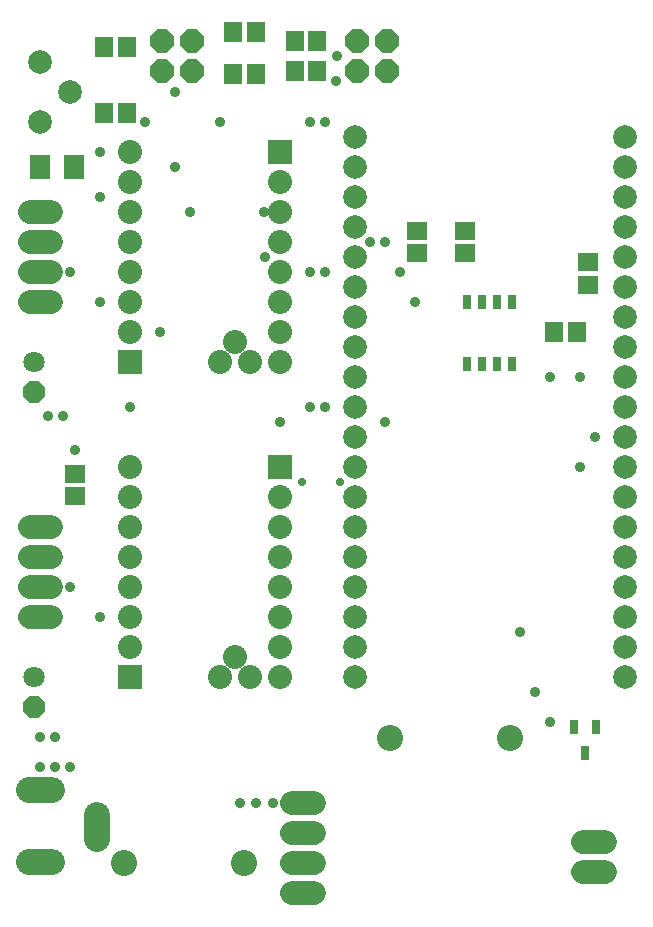
<source format=gts>
G04 EAGLE Gerber RS-274X export*
G75*
%MOMM*%
%FSLAX34Y34*%
%LPD*%
%INSoldermask Top*%
%IPPOS*%
%AMOC8*
5,1,8,0,0,1.08239X$1,22.5*%
G01*
%ADD10C,2.203200*%
%ADD11P,1.951982X8X292.500000*%
%ADD12C,1.803400*%
%ADD13R,1.503200X1.703200*%
%ADD14R,1.703200X1.503200*%
%ADD15C,2.214881*%
%ADD16R,1.803200X2.006200*%
%ADD17P,2.199416X8X22.500000*%
%ADD18C,2.032000*%
%ADD19R,0.803200X1.253200*%
%ADD20C,2.003200*%
%ADD21R,0.703200X1.303200*%
%ADD22C,2.032000*%
%ADD23R,2.032000X2.032000*%
%ADD24R,1.503200X1.803200*%
%ADD25C,0.905600*%
%ADD26C,0.705600*%


D10*
X60800Y132600D02*
X40800Y132600D01*
X40800Y71600D02*
X60800Y71600D01*
X98800Y91600D02*
X98800Y111600D01*
D11*
X45720Y469900D03*
D12*
X45720Y495300D03*
D11*
X45720Y203200D03*
D12*
X45720Y228600D03*
D13*
X233020Y739140D03*
X214020Y739140D03*
X233020Y774700D03*
X214020Y774700D03*
D14*
X80010Y381660D03*
X80010Y400660D03*
D15*
X121920Y71120D03*
X223520Y71120D03*
X448310Y176530D03*
X346710Y176530D03*
D16*
X78990Y660400D03*
X50550Y660400D03*
D17*
X318770Y741680D03*
X318770Y767080D03*
X344170Y741680D03*
X344170Y767080D03*
D18*
X282194Y45720D02*
X263906Y45720D01*
X263906Y71120D02*
X282194Y71120D01*
X282194Y96520D02*
X263906Y96520D01*
X263906Y121920D02*
X282194Y121920D01*
D19*
X521310Y186260D03*
X502310Y186260D03*
X511810Y164260D03*
D20*
X50800Y749300D03*
X76200Y723900D03*
X50800Y698500D03*
D13*
X123800Y706120D03*
X104800Y706120D03*
X123800Y762000D03*
X104800Y762000D03*
D14*
X369570Y587400D03*
X369570Y606400D03*
X514350Y560730D03*
X514350Y579730D03*
D13*
X285090Y741680D03*
X266090Y741680D03*
X285090Y767080D03*
X266090Y767080D03*
D14*
X410210Y587400D03*
X410210Y606400D03*
D20*
X546100Y685800D03*
X546100Y660400D03*
X546100Y635000D03*
X546100Y609600D03*
X546100Y584200D03*
X546100Y558800D03*
X546100Y533400D03*
X546100Y508000D03*
X546100Y482600D03*
X546100Y457200D03*
X546100Y431800D03*
X546100Y406400D03*
X546100Y381000D03*
X546100Y355600D03*
X546100Y330200D03*
X546100Y304800D03*
X546100Y279400D03*
X546100Y254000D03*
X546100Y228600D03*
X317500Y228600D03*
X317500Y254000D03*
X317500Y279400D03*
X317500Y304800D03*
X317500Y330200D03*
X317500Y355600D03*
X317500Y381000D03*
X317500Y406400D03*
X317500Y431800D03*
X317500Y457200D03*
X317500Y482600D03*
X317500Y508000D03*
X317500Y533400D03*
X317500Y558800D03*
X317500Y584200D03*
X317500Y609600D03*
X317500Y635000D03*
X317500Y660400D03*
X317500Y685800D03*
D21*
X450230Y545950D03*
X437530Y545950D03*
X424830Y545950D03*
X412130Y545950D03*
X412130Y493550D03*
X424830Y493550D03*
X437530Y493550D03*
X450230Y493550D03*
D22*
X215900Y511810D03*
X203200Y495300D03*
X228600Y495300D03*
D23*
X254000Y673100D03*
D22*
X254000Y647700D03*
X254000Y622300D03*
X254000Y596900D03*
X254000Y571500D03*
X254000Y546100D03*
X254000Y520700D03*
X254000Y495300D03*
D23*
X127000Y495300D03*
D22*
X127000Y520700D03*
X127000Y546100D03*
X127000Y571500D03*
X127000Y596900D03*
X127000Y622300D03*
X127000Y647700D03*
X127000Y673100D03*
X215900Y245110D03*
X203200Y228600D03*
X228600Y228600D03*
D23*
X254000Y406400D03*
D22*
X254000Y381000D03*
X254000Y355600D03*
X254000Y330200D03*
X254000Y304800D03*
X254000Y279400D03*
X254000Y254000D03*
X254000Y228600D03*
D23*
X127000Y228600D03*
D22*
X127000Y254000D03*
X127000Y279400D03*
X127000Y304800D03*
X127000Y330200D03*
X127000Y355600D03*
X127000Y381000D03*
X127000Y406400D03*
D18*
X59944Y546100D02*
X41656Y546100D01*
X41656Y571500D02*
X59944Y571500D01*
X59944Y596900D02*
X41656Y596900D01*
X41656Y622300D02*
X59944Y622300D01*
X59944Y279400D02*
X41656Y279400D01*
X41656Y304800D02*
X59944Y304800D01*
X59944Y330200D02*
X41656Y330200D01*
X41656Y355600D02*
X59944Y355600D01*
D17*
X153670Y741680D03*
X153670Y767080D03*
X179070Y741680D03*
X179070Y767080D03*
D18*
X510286Y63500D02*
X528574Y63500D01*
X528574Y88900D02*
X510286Y88900D01*
D24*
X485300Y520700D03*
X505300Y520700D03*
D25*
X482600Y482600D03*
X508000Y482600D03*
X219710Y121920D03*
X233680Y121920D03*
X247650Y121920D03*
X76200Y152400D03*
X63500Y152400D03*
X50800Y152400D03*
X63500Y177800D03*
X50800Y177800D03*
X69850Y449580D03*
X57150Y449580D03*
X80010Y420370D03*
X482600Y190500D03*
X368300Y546100D03*
X469900Y215900D03*
X457200Y266700D03*
X177800Y622300D03*
X165100Y660400D03*
X203200Y698500D03*
X330200Y596900D03*
X139700Y698500D03*
X165100Y723900D03*
X127000Y457200D03*
X152400Y520700D03*
X342900Y596900D03*
X101600Y635000D03*
X254000Y444500D03*
X342900Y444500D03*
X508000Y406400D03*
X520700Y431800D03*
D26*
X272570Y393700D03*
X304800Y393700D03*
D25*
X292100Y698500D03*
X292100Y571500D03*
X292100Y457200D03*
X300990Y732790D03*
X279400Y698500D03*
X279400Y571500D03*
X279400Y457200D03*
X302260Y754380D03*
X101600Y673100D03*
X240074Y622300D03*
X241300Y584200D03*
X355600Y571500D03*
X76200Y571500D03*
X101600Y546100D03*
X76200Y304800D03*
X101600Y279400D03*
M02*

</source>
